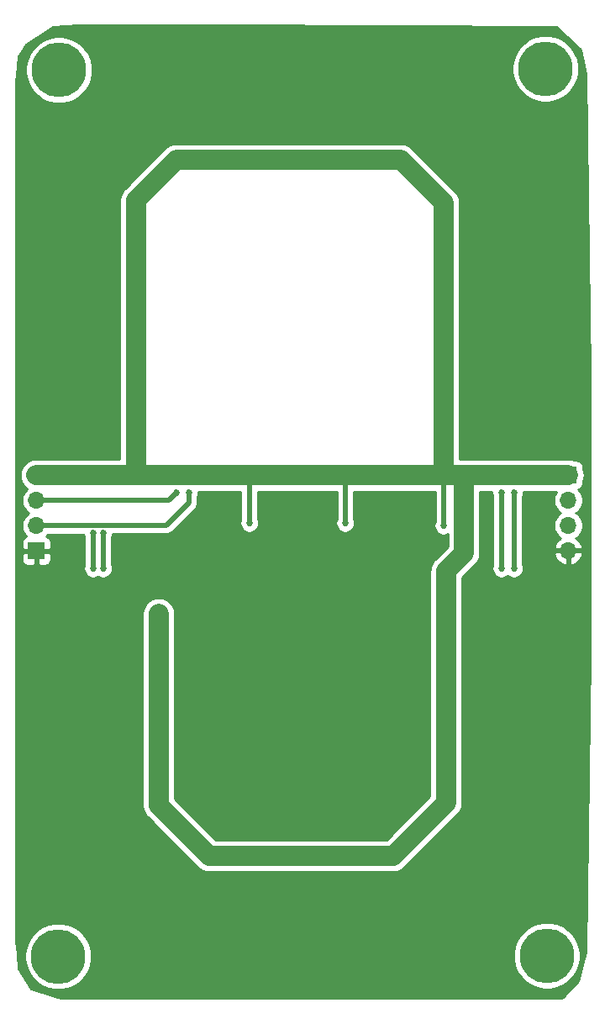
<source format=gbl>
G04 #@! TF.GenerationSoftware,KiCad,Pcbnew,5.1.5-1.fc31*
G04 #@! TF.CreationDate,2020-04-30T18:23:35-07:00*
G04 #@! TF.ProjectId,apa102_7seg_digit,61706131-3032-45f3-9773-65675f646967,rev?*
G04 #@! TF.SameCoordinates,Original*
G04 #@! TF.FileFunction,Copper,L2,Bot*
G04 #@! TF.FilePolarity,Positive*
%FSLAX46Y46*%
G04 Gerber Fmt 4.6, Leading zero omitted, Abs format (unit mm)*
G04 Created by KiCad (PCBNEW 5.1.5-1.fc31) date 2020-04-30 18:23:35*
%MOMM*%
%LPD*%
G04 APERTURE LIST*
%ADD10C,5.500000*%
%ADD11O,1.700000X1.700000*%
%ADD12R,1.700000X1.700000*%
%ADD13C,2.500000*%
%ADD14C,0.685800*%
%ADD15C,2.000000*%
%ADD16C,1.000000*%
%ADD17C,0.500000*%
%ADD18C,0.254000*%
G04 APERTURE END LIST*
D10*
X169908037Y-141127852D03*
X120699951Y-141182669D03*
X120759647Y-51930503D03*
X169780779Y-51791620D03*
D11*
X118482760Y-92731490D03*
X118482760Y-95271490D03*
X118482760Y-97811490D03*
D12*
X118482760Y-100351490D03*
X172092220Y-92708431D03*
D11*
X172092220Y-95248431D03*
X172092220Y-97788431D03*
X172092220Y-100328431D03*
D13*
X168656000Y-89662000D03*
D14*
X135128000Y-58928000D03*
X144272000Y-58928000D03*
X153416000Y-58928000D03*
X162306000Y-65532000D03*
X162306000Y-75184000D03*
X162306000Y-84582000D03*
D13*
X163322000Y-89662000D03*
D14*
X139954000Y-97536000D03*
X149606000Y-97536000D03*
X159512000Y-97790000D03*
X130810000Y-106680000D03*
X130810000Y-116332000D03*
X130810000Y-125984000D03*
X135890000Y-131064000D03*
X144018000Y-131064000D03*
X154432000Y-131064000D03*
X159766000Y-125730000D03*
X159766000Y-116586000D03*
X159766000Y-107442000D03*
X159512000Y-86614000D03*
X159512000Y-76962000D03*
X159512000Y-67818000D03*
X155194000Y-60960000D03*
X146050000Y-60960000D03*
X136906000Y-60960000D03*
X128524000Y-84836000D03*
X128524000Y-75692000D03*
X128524000Y-65024000D03*
X124206000Y-98552000D03*
X124206000Y-102108000D03*
X125222000Y-102108000D03*
X125222000Y-98552000D03*
X133858000Y-94488000D03*
X132588000Y-94488000D03*
X165354000Y-102108000D03*
X165354000Y-94488000D03*
X166624000Y-102108000D03*
X166624000Y-94488000D03*
D15*
X168656000Y-89662000D02*
X163322000Y-89662000D01*
X163322000Y-89662000D02*
X162306000Y-88646000D01*
X162306000Y-64262000D02*
X157480000Y-59436000D01*
X157480000Y-59436000D02*
X157734000Y-59690000D01*
D16*
X157480000Y-59436000D02*
X156972000Y-58928000D01*
X138938000Y-58928000D02*
X135128000Y-58928000D01*
X144272000Y-58928000D02*
X138938000Y-58928000D01*
X156972000Y-58928000D02*
X153416000Y-58928000D01*
X153416000Y-58928000D02*
X144272000Y-58928000D01*
D15*
X162306000Y-65532000D02*
X162306000Y-64262000D01*
X162306000Y-75184000D02*
X162306000Y-65532000D01*
X162306000Y-88646000D02*
X162306000Y-84582000D01*
X162306000Y-84582000D02*
X162306000Y-75184000D01*
X172069161Y-92731490D02*
X172092220Y-92708431D01*
D17*
X139932510Y-97514510D02*
X139954000Y-97536000D01*
X139932510Y-92731490D02*
X139932510Y-97514510D01*
X149627490Y-97514510D02*
X149606000Y-97536000D01*
X149627490Y-92731490D02*
X149627490Y-97514510D01*
D15*
X139932510Y-92731490D02*
X149627490Y-92731490D01*
D17*
X159533490Y-97768510D02*
X159512000Y-97790000D01*
X159533490Y-92731490D02*
X159533490Y-97768510D01*
D15*
X149627490Y-92731490D02*
X159533490Y-92731490D01*
X130788510Y-92731490D02*
X139932510Y-92731490D01*
X155194000Y-60960000D02*
X159533490Y-65299490D01*
X161565490Y-92731490D02*
X161565490Y-100562510D01*
X161565490Y-92731490D02*
X172069161Y-92731490D01*
X159533490Y-92731490D02*
X161565490Y-92731490D01*
X161565490Y-100562510D02*
X159766000Y-102362000D01*
X159766000Y-125730000D02*
X154432000Y-131064000D01*
X135890000Y-131064000D02*
X130810000Y-125984000D01*
X130810000Y-125984000D02*
X130810000Y-116332000D01*
X130810000Y-116332000D02*
X130810000Y-106680000D01*
X154432000Y-131064000D02*
X144018000Y-131064000D01*
X144018000Y-131064000D02*
X135890000Y-131064000D01*
X159766000Y-116586000D02*
X159766000Y-125730000D01*
X159766000Y-102362000D02*
X159766000Y-107442000D01*
X159766000Y-107442000D02*
X159766000Y-116586000D01*
X159512000Y-86614000D02*
X159533490Y-92731490D01*
X159512000Y-76962000D02*
X159512000Y-86614000D01*
X159533490Y-65299490D02*
X159512000Y-67818000D01*
X159512000Y-67818000D02*
X159512000Y-76962000D01*
X146050000Y-60960000D02*
X155194000Y-60960000D01*
X136906000Y-60960000D02*
X146050000Y-60960000D01*
X136906000Y-60960000D02*
X132588000Y-60960000D01*
X132588000Y-60960000D02*
X128524000Y-65024000D01*
X118482760Y-92731490D02*
X128524000Y-92710000D01*
X128524000Y-92710000D02*
X130788510Y-92731490D01*
X128524000Y-84836000D02*
X128524000Y-92710000D01*
X128524000Y-65024000D02*
X128524000Y-75692000D01*
X128524000Y-75692000D02*
X128524000Y-84836000D01*
D17*
X124206000Y-98552000D02*
X124206000Y-102108000D01*
X125222000Y-102108000D02*
X125222000Y-98552000D01*
X133858000Y-94488000D02*
X133858000Y-95504000D01*
X123773016Y-97811490D02*
X118482760Y-97811490D01*
X123825407Y-97759099D02*
X123773016Y-97811490D01*
X133858000Y-95504000D02*
X131602901Y-97759099D01*
X131602901Y-97759099D02*
X123825407Y-97759099D01*
X118482760Y-95271490D02*
X131804510Y-95271490D01*
X131804510Y-95271490D02*
X132588000Y-94488000D01*
X165354000Y-102108000D02*
X165354000Y-94488000D01*
X166624000Y-102108000D02*
X166624000Y-94488000D01*
D18*
G36*
X170892974Y-47624738D02*
G01*
X173365728Y-49850216D01*
X173863164Y-52337399D01*
X174257220Y-82482630D01*
X174257219Y-110951593D01*
X173863207Y-140699539D01*
X173113324Y-143699070D01*
X171552523Y-145259871D01*
X171367724Y-145346044D01*
X171110376Y-145415000D01*
X120924610Y-145415000D01*
X117939490Y-144419960D01*
X116709737Y-142452356D01*
X116564003Y-140849276D01*
X117314951Y-140849276D01*
X117314951Y-141516062D01*
X117445034Y-142170037D01*
X117700203Y-142786068D01*
X118070649Y-143340481D01*
X118542139Y-143811971D01*
X119096552Y-144182417D01*
X119712583Y-144437586D01*
X120366558Y-144567669D01*
X121033344Y-144567669D01*
X121687319Y-144437586D01*
X122303350Y-144182417D01*
X122857763Y-143811971D01*
X123329253Y-143340481D01*
X123699699Y-142786068D01*
X123954868Y-142170037D01*
X124084951Y-141516062D01*
X124084951Y-140849276D01*
X124074048Y-140794459D01*
X166523037Y-140794459D01*
X166523037Y-141461245D01*
X166653120Y-142115220D01*
X166908289Y-142731251D01*
X167278735Y-143285664D01*
X167750225Y-143757154D01*
X168304638Y-144127600D01*
X168920669Y-144382769D01*
X169574644Y-144512852D01*
X170241430Y-144512852D01*
X170895405Y-144382769D01*
X171511436Y-144127600D01*
X172065849Y-143757154D01*
X172537339Y-143285664D01*
X172907785Y-142731251D01*
X173162954Y-142115220D01*
X173293037Y-141461245D01*
X173293037Y-140794459D01*
X173162954Y-140140484D01*
X172907785Y-139524453D01*
X172537339Y-138970040D01*
X172065849Y-138498550D01*
X171511436Y-138128104D01*
X170895405Y-137872935D01*
X170241430Y-137742852D01*
X169574644Y-137742852D01*
X168920669Y-137872935D01*
X168304638Y-138128104D01*
X167750225Y-138498550D01*
X167278735Y-138970040D01*
X166908289Y-139524453D01*
X166653120Y-140140484D01*
X166523037Y-140794459D01*
X124074048Y-140794459D01*
X123954868Y-140195301D01*
X123699699Y-139579270D01*
X123329253Y-139024857D01*
X122857763Y-138553367D01*
X122303350Y-138182921D01*
X121687319Y-137927752D01*
X121033344Y-137797669D01*
X120366558Y-137797669D01*
X119712583Y-137927752D01*
X119096552Y-138182921D01*
X118542139Y-138553367D01*
X118070649Y-139024857D01*
X117700203Y-139579270D01*
X117445034Y-140195301D01*
X117314951Y-140849276D01*
X116564003Y-140849276D01*
X116458961Y-139693815D01*
X116407220Y-132036147D01*
X116407220Y-101201490D01*
X116994688Y-101201490D01*
X117006948Y-101325972D01*
X117043258Y-101445670D01*
X117102223Y-101555984D01*
X117181575Y-101652675D01*
X117278266Y-101732027D01*
X117388580Y-101790992D01*
X117508278Y-101827302D01*
X117632760Y-101839562D01*
X118197010Y-101836490D01*
X118355760Y-101677740D01*
X118355760Y-100478490D01*
X118609760Y-100478490D01*
X118609760Y-101677740D01*
X118768510Y-101836490D01*
X119332760Y-101839562D01*
X119457242Y-101827302D01*
X119576940Y-101790992D01*
X119687254Y-101732027D01*
X119783945Y-101652675D01*
X119863297Y-101555984D01*
X119922262Y-101445670D01*
X119958572Y-101325972D01*
X119970832Y-101201490D01*
X119967760Y-100637240D01*
X119809010Y-100478490D01*
X118609760Y-100478490D01*
X118355760Y-100478490D01*
X117156510Y-100478490D01*
X116997760Y-100637240D01*
X116994688Y-101201490D01*
X116407220Y-101201490D01*
X116407220Y-92735006D01*
X116839853Y-92735006D01*
X116872107Y-93055453D01*
X116966258Y-93363452D01*
X117118686Y-93647163D01*
X117323535Y-93895687D01*
X117568861Y-94096143D01*
X117536128Y-94118015D01*
X117329285Y-94324858D01*
X117166770Y-94568079D01*
X117054828Y-94838332D01*
X116997760Y-95125230D01*
X116997760Y-95417750D01*
X117054828Y-95704648D01*
X117166770Y-95974901D01*
X117329285Y-96218122D01*
X117536128Y-96424965D01*
X117710520Y-96541490D01*
X117536128Y-96658015D01*
X117329285Y-96864858D01*
X117166770Y-97108079D01*
X117054828Y-97378332D01*
X116997760Y-97665230D01*
X116997760Y-97957750D01*
X117054828Y-98244648D01*
X117166770Y-98514901D01*
X117329285Y-98758122D01*
X117461140Y-98889977D01*
X117388580Y-98911988D01*
X117278266Y-98970953D01*
X117181575Y-99050305D01*
X117102223Y-99146996D01*
X117043258Y-99257310D01*
X117006948Y-99377008D01*
X116994688Y-99501490D01*
X116997760Y-100065740D01*
X117156510Y-100224490D01*
X118355760Y-100224490D01*
X118355760Y-100204490D01*
X118609760Y-100204490D01*
X118609760Y-100224490D01*
X119809010Y-100224490D01*
X119967760Y-100065740D01*
X119970832Y-99501490D01*
X119958572Y-99377008D01*
X119922262Y-99257310D01*
X119863297Y-99146996D01*
X119783945Y-99050305D01*
X119687254Y-98970953D01*
X119576940Y-98911988D01*
X119504380Y-98889977D01*
X119636235Y-98758122D01*
X119677416Y-98696490D01*
X123237683Y-98696490D01*
X123265680Y-98837243D01*
X123321000Y-98970798D01*
X123321001Y-101689200D01*
X123265680Y-101822757D01*
X123228100Y-102011685D01*
X123228100Y-102204315D01*
X123265680Y-102393243D01*
X123339396Y-102571210D01*
X123446415Y-102731375D01*
X123582625Y-102867585D01*
X123742790Y-102974604D01*
X123920757Y-103048320D01*
X124109685Y-103085900D01*
X124302315Y-103085900D01*
X124491243Y-103048320D01*
X124669210Y-102974604D01*
X124714000Y-102944676D01*
X124758790Y-102974604D01*
X124936757Y-103048320D01*
X125125685Y-103085900D01*
X125318315Y-103085900D01*
X125507243Y-103048320D01*
X125685210Y-102974604D01*
X125845375Y-102867585D01*
X125981585Y-102731375D01*
X126088604Y-102571210D01*
X126162320Y-102393243D01*
X126199900Y-102204315D01*
X126199900Y-102011685D01*
X126162320Y-101822757D01*
X126107000Y-101689202D01*
X126107000Y-98970798D01*
X126162320Y-98837243D01*
X126199900Y-98648315D01*
X126199900Y-98644099D01*
X131559432Y-98644099D01*
X131602901Y-98648380D01*
X131646370Y-98644099D01*
X131646378Y-98644099D01*
X131776391Y-98631294D01*
X131943214Y-98580688D01*
X132096960Y-98498510D01*
X132231718Y-98387916D01*
X132259435Y-98354143D01*
X134453049Y-96160530D01*
X134486817Y-96132817D01*
X134519430Y-96093079D01*
X134597411Y-95998059D01*
X134679589Y-95844314D01*
X134730195Y-95677490D01*
X134743000Y-95547477D01*
X134743000Y-95547469D01*
X134747281Y-95504000D01*
X134743000Y-95460531D01*
X134743000Y-94906798D01*
X134798320Y-94773243D01*
X134835900Y-94584315D01*
X134835900Y-94391685D01*
X134830888Y-94366490D01*
X139047510Y-94366490D01*
X139047511Y-97169082D01*
X139013680Y-97250757D01*
X138976100Y-97439685D01*
X138976100Y-97632315D01*
X139013680Y-97821243D01*
X139087396Y-97999210D01*
X139194415Y-98159375D01*
X139330625Y-98295585D01*
X139490790Y-98402604D01*
X139668757Y-98476320D01*
X139857685Y-98513900D01*
X140050315Y-98513900D01*
X140239243Y-98476320D01*
X140417210Y-98402604D01*
X140577375Y-98295585D01*
X140713585Y-98159375D01*
X140820604Y-97999210D01*
X140894320Y-97821243D01*
X140931900Y-97632315D01*
X140931900Y-97439685D01*
X140894320Y-97250757D01*
X140820604Y-97072790D01*
X140817510Y-97068160D01*
X140817510Y-94366490D01*
X148742490Y-94366490D01*
X148742491Y-97068158D01*
X148739396Y-97072790D01*
X148665680Y-97250757D01*
X148628100Y-97439685D01*
X148628100Y-97632315D01*
X148665680Y-97821243D01*
X148739396Y-97999210D01*
X148846415Y-98159375D01*
X148982625Y-98295585D01*
X149142790Y-98402604D01*
X149320757Y-98476320D01*
X149509685Y-98513900D01*
X149702315Y-98513900D01*
X149891243Y-98476320D01*
X150069210Y-98402604D01*
X150229375Y-98295585D01*
X150365585Y-98159375D01*
X150472604Y-97999210D01*
X150546320Y-97821243D01*
X150583900Y-97632315D01*
X150583900Y-97439685D01*
X150546320Y-97250757D01*
X150512490Y-97169084D01*
X150512490Y-94366490D01*
X158648490Y-94366490D01*
X158648491Y-97322158D01*
X158645396Y-97326790D01*
X158571680Y-97504757D01*
X158534100Y-97693685D01*
X158534100Y-97886315D01*
X158571680Y-98075243D01*
X158645396Y-98253210D01*
X158752415Y-98413375D01*
X158888625Y-98549585D01*
X159048790Y-98656604D01*
X159226757Y-98730320D01*
X159415685Y-98767900D01*
X159608315Y-98767900D01*
X159797243Y-98730320D01*
X159930491Y-98675127D01*
X159930491Y-99885270D01*
X158666686Y-101149075D01*
X158604286Y-101200286D01*
X158399969Y-101449249D01*
X158248148Y-101733286D01*
X158154657Y-102041485D01*
X158143824Y-102151476D01*
X158123089Y-102362000D01*
X158131000Y-102442320D01*
X158131001Y-107361669D01*
X158131000Y-107361679D01*
X158131001Y-116505669D01*
X158131000Y-116505679D01*
X158131001Y-125052760D01*
X153754762Y-129429000D01*
X136567239Y-129429000D01*
X132445000Y-125306762D01*
X132445000Y-106599678D01*
X132421343Y-106359484D01*
X132327852Y-106051285D01*
X132176031Y-105767248D01*
X131971714Y-105518286D01*
X131722752Y-105313969D01*
X131438715Y-105162148D01*
X131130516Y-105068657D01*
X130810000Y-105037089D01*
X130489485Y-105068657D01*
X130181286Y-105162148D01*
X129897249Y-105313969D01*
X129648287Y-105518286D01*
X129443970Y-105767248D01*
X129292149Y-106051285D01*
X129198658Y-106359484D01*
X129175001Y-106599678D01*
X129175000Y-116412321D01*
X129175001Y-116412331D01*
X129175000Y-125903680D01*
X129167089Y-125984000D01*
X129175000Y-126064319D01*
X129175000Y-126064321D01*
X129198657Y-126304515D01*
X129292148Y-126612714D01*
X129443969Y-126896751D01*
X129648286Y-127145714D01*
X129710687Y-127196925D01*
X134677080Y-132163319D01*
X134728286Y-132225714D01*
X134977248Y-132430031D01*
X135261285Y-132581852D01*
X135569484Y-132675343D01*
X135809678Y-132699000D01*
X135809680Y-132699000D01*
X135890000Y-132706911D01*
X135970319Y-132699000D01*
X154351681Y-132699000D01*
X154432000Y-132706911D01*
X154512319Y-132699000D01*
X154512322Y-132699000D01*
X154752516Y-132675343D01*
X155060715Y-132581852D01*
X155344752Y-132430031D01*
X155593714Y-132225714D01*
X155644925Y-132163313D01*
X160865319Y-126942920D01*
X160927714Y-126891714D01*
X161132031Y-126642752D01*
X161283852Y-126358715D01*
X161377343Y-126050516D01*
X161401000Y-125810322D01*
X161401000Y-125810320D01*
X161408911Y-125730001D01*
X161401000Y-125649681D01*
X161401000Y-103039238D01*
X162664808Y-101775431D01*
X162727204Y-101724224D01*
X162931521Y-101475262D01*
X163083342Y-101191225D01*
X163176833Y-100883026D01*
X163200490Y-100642832D01*
X163200490Y-100642830D01*
X163208401Y-100562511D01*
X163200490Y-100482191D01*
X163200490Y-94366490D01*
X164381112Y-94366490D01*
X164376100Y-94391685D01*
X164376100Y-94584315D01*
X164413680Y-94773243D01*
X164469001Y-94906800D01*
X164469000Y-101689202D01*
X164413680Y-101822757D01*
X164376100Y-102011685D01*
X164376100Y-102204315D01*
X164413680Y-102393243D01*
X164487396Y-102571210D01*
X164594415Y-102731375D01*
X164730625Y-102867585D01*
X164890790Y-102974604D01*
X165068757Y-103048320D01*
X165257685Y-103085900D01*
X165450315Y-103085900D01*
X165639243Y-103048320D01*
X165817210Y-102974604D01*
X165977375Y-102867585D01*
X165989000Y-102855960D01*
X166000625Y-102867585D01*
X166160790Y-102974604D01*
X166338757Y-103048320D01*
X166527685Y-103085900D01*
X166720315Y-103085900D01*
X166909243Y-103048320D01*
X167087210Y-102974604D01*
X167247375Y-102867585D01*
X167383585Y-102731375D01*
X167490604Y-102571210D01*
X167564320Y-102393243D01*
X167601900Y-102204315D01*
X167601900Y-102011685D01*
X167564320Y-101822757D01*
X167509000Y-101689202D01*
X167509000Y-100685321D01*
X170650744Y-100685321D01*
X170695395Y-100832530D01*
X170820579Y-101095351D01*
X170994632Y-101328700D01*
X171210865Y-101523609D01*
X171460968Y-101672588D01*
X171735329Y-101769912D01*
X171965220Y-101649245D01*
X171965220Y-100455431D01*
X172219220Y-100455431D01*
X172219220Y-101649245D01*
X172449111Y-101769912D01*
X172723472Y-101672588D01*
X172973575Y-101523609D01*
X173189808Y-101328700D01*
X173363861Y-101095351D01*
X173489045Y-100832530D01*
X173533696Y-100685321D01*
X173412375Y-100455431D01*
X172219220Y-100455431D01*
X171965220Y-100455431D01*
X170772065Y-100455431D01*
X170650744Y-100685321D01*
X167509000Y-100685321D01*
X167509000Y-94906798D01*
X167564320Y-94773243D01*
X167601900Y-94584315D01*
X167601900Y-94391685D01*
X167596888Y-94366490D01*
X170895520Y-94366490D01*
X170776230Y-94545020D01*
X170664288Y-94815273D01*
X170607220Y-95102171D01*
X170607220Y-95394691D01*
X170664288Y-95681589D01*
X170776230Y-95951842D01*
X170938745Y-96195063D01*
X171145588Y-96401906D01*
X171319980Y-96518431D01*
X171145588Y-96634956D01*
X170938745Y-96841799D01*
X170776230Y-97085020D01*
X170664288Y-97355273D01*
X170607220Y-97642171D01*
X170607220Y-97934691D01*
X170664288Y-98221589D01*
X170776230Y-98491842D01*
X170938745Y-98735063D01*
X171145588Y-98941906D01*
X171327754Y-99063626D01*
X171210865Y-99133253D01*
X170994632Y-99328162D01*
X170820579Y-99561511D01*
X170695395Y-99824332D01*
X170650744Y-99971541D01*
X170772065Y-100201431D01*
X171965220Y-100201431D01*
X171965220Y-100181431D01*
X172219220Y-100181431D01*
X172219220Y-100201431D01*
X173412375Y-100201431D01*
X173533696Y-99971541D01*
X173489045Y-99824332D01*
X173363861Y-99561511D01*
X173189808Y-99328162D01*
X172973575Y-99133253D01*
X172856686Y-99063626D01*
X173038852Y-98941906D01*
X173245695Y-98735063D01*
X173408210Y-98491842D01*
X173520152Y-98221589D01*
X173577220Y-97934691D01*
X173577220Y-97642171D01*
X173520152Y-97355273D01*
X173408210Y-97085020D01*
X173245695Y-96841799D01*
X173038852Y-96634956D01*
X172864460Y-96518431D01*
X173038852Y-96401906D01*
X173245695Y-96195063D01*
X173408210Y-95951842D01*
X173520152Y-95681589D01*
X173577220Y-95394691D01*
X173577220Y-95102171D01*
X173520152Y-94815273D01*
X173408210Y-94545020D01*
X173245695Y-94301799D01*
X173113840Y-94169944D01*
X173186400Y-94147933D01*
X173296714Y-94088968D01*
X173393405Y-94009616D01*
X173472757Y-93912925D01*
X173531722Y-93802611D01*
X173568032Y-93682913D01*
X173580292Y-93558431D01*
X173580292Y-93392859D01*
X173610071Y-93337146D01*
X173703562Y-93028947D01*
X173735131Y-92708432D01*
X173703562Y-92387915D01*
X173610071Y-92079717D01*
X173580292Y-92024004D01*
X173580292Y-91858431D01*
X173568032Y-91733949D01*
X173531722Y-91614251D01*
X173472757Y-91503937D01*
X173393405Y-91407246D01*
X173296714Y-91327894D01*
X173186400Y-91268929D01*
X173066702Y-91232619D01*
X172942220Y-91220359D01*
X172776647Y-91220359D01*
X172720934Y-91190580D01*
X172412736Y-91097089D01*
X172092219Y-91065520D01*
X171777786Y-91096490D01*
X161645812Y-91096490D01*
X161565490Y-91088579D01*
X161485168Y-91096490D01*
X161162756Y-91096490D01*
X161147000Y-86611340D01*
X161147000Y-67824956D01*
X161167804Y-65386778D01*
X161176401Y-65299490D01*
X161161293Y-65146097D01*
X161147509Y-64992735D01*
X161145523Y-64985982D01*
X161144833Y-64978973D01*
X161100098Y-64831502D01*
X161056651Y-64683749D01*
X161053386Y-64677513D01*
X161051342Y-64670775D01*
X160978714Y-64534897D01*
X160907259Y-64398427D01*
X160902839Y-64392947D01*
X160899520Y-64386737D01*
X160801769Y-64267626D01*
X160705074Y-64147731D01*
X160637760Y-64091520D01*
X156406925Y-59860687D01*
X156355714Y-59798286D01*
X156106752Y-59593969D01*
X155822715Y-59442148D01*
X155514516Y-59348657D01*
X155274322Y-59325000D01*
X155274319Y-59325000D01*
X155194000Y-59317089D01*
X155113681Y-59325000D01*
X132668319Y-59325000D01*
X132588000Y-59317089D01*
X132507680Y-59325000D01*
X132507678Y-59325000D01*
X132267484Y-59348657D01*
X131959285Y-59442148D01*
X131675248Y-59593969D01*
X131426286Y-59798286D01*
X131375080Y-59860681D01*
X127424687Y-63811075D01*
X127362286Y-63862286D01*
X127157969Y-64111249D01*
X127006148Y-64395286D01*
X126912657Y-64703485D01*
X126890575Y-64927685D01*
X126881089Y-65024000D01*
X126889000Y-65104320D01*
X126889001Y-75611669D01*
X126889000Y-75611679D01*
X126889001Y-84755669D01*
X126889000Y-84755679D01*
X126889001Y-91078496D01*
X118398940Y-91096666D01*
X118158797Y-91120837D01*
X117850798Y-91214988D01*
X117567087Y-91367416D01*
X117318563Y-91572265D01*
X117114779Y-91821664D01*
X116963566Y-92106025D01*
X116870735Y-92414424D01*
X116839853Y-92735006D01*
X116407220Y-92735006D01*
X116407220Y-60801587D01*
X116458957Y-53092764D01*
X116608522Y-51597110D01*
X117374647Y-51597110D01*
X117374647Y-52263896D01*
X117504730Y-52917871D01*
X117759899Y-53533902D01*
X118130345Y-54088315D01*
X118601835Y-54559805D01*
X119156248Y-54930251D01*
X119772279Y-55185420D01*
X120426254Y-55315503D01*
X121093040Y-55315503D01*
X121747015Y-55185420D01*
X122363046Y-54930251D01*
X122917459Y-54559805D01*
X123388949Y-54088315D01*
X123759395Y-53533902D01*
X124014564Y-52917871D01*
X124144647Y-52263896D01*
X124144647Y-51597110D01*
X124117022Y-51458227D01*
X166395779Y-51458227D01*
X166395779Y-52125013D01*
X166525862Y-52778988D01*
X166781031Y-53395019D01*
X167151477Y-53949432D01*
X167622967Y-54420922D01*
X168177380Y-54791368D01*
X168793411Y-55046537D01*
X169447386Y-55176620D01*
X170114172Y-55176620D01*
X170768147Y-55046537D01*
X171384178Y-54791368D01*
X171938591Y-54420922D01*
X172410081Y-53949432D01*
X172780527Y-53395019D01*
X173035696Y-52778988D01*
X173165779Y-52125013D01*
X173165779Y-51458227D01*
X173035696Y-50804252D01*
X172780527Y-50188221D01*
X172410081Y-49633808D01*
X171938591Y-49162318D01*
X171384178Y-48791872D01*
X170768147Y-48536703D01*
X170114172Y-48406620D01*
X169447386Y-48406620D01*
X168793411Y-48536703D01*
X168177380Y-48791872D01*
X167622967Y-49162318D01*
X167151477Y-49633808D01*
X166781031Y-50188221D01*
X166525862Y-50804252D01*
X166395779Y-51458227D01*
X124117022Y-51458227D01*
X124014564Y-50943135D01*
X123759395Y-50327104D01*
X123388949Y-49772691D01*
X122917459Y-49301201D01*
X122363046Y-48930755D01*
X121747015Y-48675586D01*
X121093040Y-48545503D01*
X120426254Y-48545503D01*
X119772279Y-48675586D01*
X119156248Y-48930755D01*
X118601835Y-49301201D01*
X118130345Y-49772691D01*
X117759899Y-50327104D01*
X117504730Y-50943135D01*
X117374647Y-51597110D01*
X116608522Y-51597110D01*
X116709539Y-50586946D01*
X117441477Y-49367049D01*
X120183086Y-47622389D01*
X122688493Y-47443431D01*
X137169760Y-47443430D01*
X170892974Y-47624738D01*
G37*
X170892974Y-47624738D02*
X173365728Y-49850216D01*
X173863164Y-52337399D01*
X174257220Y-82482630D01*
X174257219Y-110951593D01*
X173863207Y-140699539D01*
X173113324Y-143699070D01*
X171552523Y-145259871D01*
X171367724Y-145346044D01*
X171110376Y-145415000D01*
X120924610Y-145415000D01*
X117939490Y-144419960D01*
X116709737Y-142452356D01*
X116564003Y-140849276D01*
X117314951Y-140849276D01*
X117314951Y-141516062D01*
X117445034Y-142170037D01*
X117700203Y-142786068D01*
X118070649Y-143340481D01*
X118542139Y-143811971D01*
X119096552Y-144182417D01*
X119712583Y-144437586D01*
X120366558Y-144567669D01*
X121033344Y-144567669D01*
X121687319Y-144437586D01*
X122303350Y-144182417D01*
X122857763Y-143811971D01*
X123329253Y-143340481D01*
X123699699Y-142786068D01*
X123954868Y-142170037D01*
X124084951Y-141516062D01*
X124084951Y-140849276D01*
X124074048Y-140794459D01*
X166523037Y-140794459D01*
X166523037Y-141461245D01*
X166653120Y-142115220D01*
X166908289Y-142731251D01*
X167278735Y-143285664D01*
X167750225Y-143757154D01*
X168304638Y-144127600D01*
X168920669Y-144382769D01*
X169574644Y-144512852D01*
X170241430Y-144512852D01*
X170895405Y-144382769D01*
X171511436Y-144127600D01*
X172065849Y-143757154D01*
X172537339Y-143285664D01*
X172907785Y-142731251D01*
X173162954Y-142115220D01*
X173293037Y-141461245D01*
X173293037Y-140794459D01*
X173162954Y-140140484D01*
X172907785Y-139524453D01*
X172537339Y-138970040D01*
X172065849Y-138498550D01*
X171511436Y-138128104D01*
X170895405Y-137872935D01*
X170241430Y-137742852D01*
X169574644Y-137742852D01*
X168920669Y-137872935D01*
X168304638Y-138128104D01*
X167750225Y-138498550D01*
X167278735Y-138970040D01*
X166908289Y-139524453D01*
X166653120Y-140140484D01*
X166523037Y-140794459D01*
X124074048Y-140794459D01*
X123954868Y-140195301D01*
X123699699Y-139579270D01*
X123329253Y-139024857D01*
X122857763Y-138553367D01*
X122303350Y-138182921D01*
X121687319Y-137927752D01*
X121033344Y-137797669D01*
X120366558Y-137797669D01*
X119712583Y-137927752D01*
X119096552Y-138182921D01*
X118542139Y-138553367D01*
X118070649Y-139024857D01*
X117700203Y-139579270D01*
X117445034Y-140195301D01*
X117314951Y-140849276D01*
X116564003Y-140849276D01*
X116458961Y-139693815D01*
X116407220Y-132036147D01*
X116407220Y-101201490D01*
X116994688Y-101201490D01*
X117006948Y-101325972D01*
X117043258Y-101445670D01*
X117102223Y-101555984D01*
X117181575Y-101652675D01*
X117278266Y-101732027D01*
X117388580Y-101790992D01*
X117508278Y-101827302D01*
X117632760Y-101839562D01*
X118197010Y-101836490D01*
X118355760Y-101677740D01*
X118355760Y-100478490D01*
X118609760Y-100478490D01*
X118609760Y-101677740D01*
X118768510Y-101836490D01*
X119332760Y-101839562D01*
X119457242Y-101827302D01*
X119576940Y-101790992D01*
X119687254Y-101732027D01*
X119783945Y-101652675D01*
X119863297Y-101555984D01*
X119922262Y-101445670D01*
X119958572Y-101325972D01*
X119970832Y-101201490D01*
X119967760Y-100637240D01*
X119809010Y-100478490D01*
X118609760Y-100478490D01*
X118355760Y-100478490D01*
X117156510Y-100478490D01*
X116997760Y-100637240D01*
X116994688Y-101201490D01*
X116407220Y-101201490D01*
X116407220Y-92735006D01*
X116839853Y-92735006D01*
X116872107Y-93055453D01*
X116966258Y-93363452D01*
X117118686Y-93647163D01*
X117323535Y-93895687D01*
X117568861Y-94096143D01*
X117536128Y-94118015D01*
X117329285Y-94324858D01*
X117166770Y-94568079D01*
X117054828Y-94838332D01*
X116997760Y-95125230D01*
X116997760Y-95417750D01*
X117054828Y-95704648D01*
X117166770Y-95974901D01*
X117329285Y-96218122D01*
X117536128Y-96424965D01*
X117710520Y-96541490D01*
X117536128Y-96658015D01*
X117329285Y-96864858D01*
X117166770Y-97108079D01*
X117054828Y-97378332D01*
X116997760Y-97665230D01*
X116997760Y-97957750D01*
X117054828Y-98244648D01*
X117166770Y-98514901D01*
X117329285Y-98758122D01*
X117461140Y-98889977D01*
X117388580Y-98911988D01*
X117278266Y-98970953D01*
X117181575Y-99050305D01*
X117102223Y-99146996D01*
X117043258Y-99257310D01*
X117006948Y-99377008D01*
X116994688Y-99501490D01*
X116997760Y-100065740D01*
X117156510Y-100224490D01*
X118355760Y-100224490D01*
X118355760Y-100204490D01*
X118609760Y-100204490D01*
X118609760Y-100224490D01*
X119809010Y-100224490D01*
X119967760Y-100065740D01*
X119970832Y-99501490D01*
X119958572Y-99377008D01*
X119922262Y-99257310D01*
X119863297Y-99146996D01*
X119783945Y-99050305D01*
X119687254Y-98970953D01*
X119576940Y-98911988D01*
X119504380Y-98889977D01*
X119636235Y-98758122D01*
X119677416Y-98696490D01*
X123237683Y-98696490D01*
X123265680Y-98837243D01*
X123321000Y-98970798D01*
X123321001Y-101689200D01*
X123265680Y-101822757D01*
X123228100Y-102011685D01*
X123228100Y-102204315D01*
X123265680Y-102393243D01*
X123339396Y-102571210D01*
X123446415Y-102731375D01*
X123582625Y-102867585D01*
X123742790Y-102974604D01*
X123920757Y-103048320D01*
X124109685Y-103085900D01*
X124302315Y-103085900D01*
X124491243Y-103048320D01*
X124669210Y-102974604D01*
X124714000Y-102944676D01*
X124758790Y-102974604D01*
X124936757Y-103048320D01*
X125125685Y-103085900D01*
X125318315Y-103085900D01*
X125507243Y-103048320D01*
X125685210Y-102974604D01*
X125845375Y-102867585D01*
X125981585Y-102731375D01*
X126088604Y-102571210D01*
X126162320Y-102393243D01*
X126199900Y-102204315D01*
X126199900Y-102011685D01*
X126162320Y-101822757D01*
X126107000Y-101689202D01*
X126107000Y-98970798D01*
X126162320Y-98837243D01*
X126199900Y-98648315D01*
X126199900Y-98644099D01*
X131559432Y-98644099D01*
X131602901Y-98648380D01*
X131646370Y-98644099D01*
X131646378Y-98644099D01*
X131776391Y-98631294D01*
X131943214Y-98580688D01*
X132096960Y-98498510D01*
X132231718Y-98387916D01*
X132259435Y-98354143D01*
X134453049Y-96160530D01*
X134486817Y-96132817D01*
X134519430Y-96093079D01*
X134597411Y-95998059D01*
X134679589Y-95844314D01*
X134730195Y-95677490D01*
X134743000Y-95547477D01*
X134743000Y-95547469D01*
X134747281Y-95504000D01*
X134743000Y-95460531D01*
X134743000Y-94906798D01*
X134798320Y-94773243D01*
X134835900Y-94584315D01*
X134835900Y-94391685D01*
X134830888Y-94366490D01*
X139047510Y-94366490D01*
X139047511Y-97169082D01*
X139013680Y-97250757D01*
X138976100Y-97439685D01*
X138976100Y-97632315D01*
X139013680Y-97821243D01*
X139087396Y-97999210D01*
X139194415Y-98159375D01*
X139330625Y-98295585D01*
X139490790Y-98402604D01*
X139668757Y-98476320D01*
X139857685Y-98513900D01*
X140050315Y-98513900D01*
X140239243Y-98476320D01*
X140417210Y-98402604D01*
X140577375Y-98295585D01*
X140713585Y-98159375D01*
X140820604Y-97999210D01*
X140894320Y-97821243D01*
X140931900Y-97632315D01*
X140931900Y-97439685D01*
X140894320Y-97250757D01*
X140820604Y-97072790D01*
X140817510Y-97068160D01*
X140817510Y-94366490D01*
X148742490Y-94366490D01*
X148742491Y-97068158D01*
X148739396Y-97072790D01*
X148665680Y-97250757D01*
X148628100Y-97439685D01*
X148628100Y-97632315D01*
X148665680Y-97821243D01*
X148739396Y-97999210D01*
X148846415Y-98159375D01*
X148982625Y-98295585D01*
X149142790Y-98402604D01*
X149320757Y-98476320D01*
X149509685Y-98513900D01*
X149702315Y-98513900D01*
X149891243Y-98476320D01*
X150069210Y-98402604D01*
X150229375Y-98295585D01*
X150365585Y-98159375D01*
X150472604Y-97999210D01*
X150546320Y-97821243D01*
X150583900Y-97632315D01*
X150583900Y-97439685D01*
X150546320Y-97250757D01*
X150512490Y-97169084D01*
X150512490Y-94366490D01*
X158648490Y-94366490D01*
X158648491Y-97322158D01*
X158645396Y-97326790D01*
X158571680Y-97504757D01*
X158534100Y-97693685D01*
X158534100Y-97886315D01*
X158571680Y-98075243D01*
X158645396Y-98253210D01*
X158752415Y-98413375D01*
X158888625Y-98549585D01*
X159048790Y-98656604D01*
X159226757Y-98730320D01*
X159415685Y-98767900D01*
X159608315Y-98767900D01*
X159797243Y-98730320D01*
X159930491Y-98675127D01*
X159930491Y-99885270D01*
X158666686Y-101149075D01*
X158604286Y-101200286D01*
X158399969Y-101449249D01*
X158248148Y-101733286D01*
X158154657Y-102041485D01*
X158143824Y-102151476D01*
X158123089Y-102362000D01*
X158131000Y-102442320D01*
X158131001Y-107361669D01*
X158131000Y-107361679D01*
X158131001Y-116505669D01*
X158131000Y-116505679D01*
X158131001Y-125052760D01*
X153754762Y-129429000D01*
X136567239Y-129429000D01*
X132445000Y-125306762D01*
X132445000Y-106599678D01*
X132421343Y-106359484D01*
X132327852Y-106051285D01*
X132176031Y-105767248D01*
X131971714Y-105518286D01*
X131722752Y-105313969D01*
X131438715Y-105162148D01*
X131130516Y-105068657D01*
X130810000Y-105037089D01*
X130489485Y-105068657D01*
X130181286Y-105162148D01*
X129897249Y-105313969D01*
X129648287Y-105518286D01*
X129443970Y-105767248D01*
X129292149Y-106051285D01*
X129198658Y-106359484D01*
X129175001Y-106599678D01*
X129175000Y-116412321D01*
X129175001Y-116412331D01*
X129175000Y-125903680D01*
X129167089Y-125984000D01*
X129175000Y-126064319D01*
X129175000Y-126064321D01*
X129198657Y-126304515D01*
X129292148Y-126612714D01*
X129443969Y-126896751D01*
X129648286Y-127145714D01*
X129710687Y-127196925D01*
X134677080Y-132163319D01*
X134728286Y-132225714D01*
X134977248Y-132430031D01*
X135261285Y-132581852D01*
X135569484Y-132675343D01*
X135809678Y-132699000D01*
X135809680Y-132699000D01*
X135890000Y-132706911D01*
X135970319Y-132699000D01*
X154351681Y-132699000D01*
X154432000Y-132706911D01*
X154512319Y-132699000D01*
X154512322Y-132699000D01*
X154752516Y-132675343D01*
X155060715Y-132581852D01*
X155344752Y-132430031D01*
X155593714Y-132225714D01*
X155644925Y-132163313D01*
X160865319Y-126942920D01*
X160927714Y-126891714D01*
X161132031Y-126642752D01*
X161283852Y-126358715D01*
X161377343Y-126050516D01*
X161401000Y-125810322D01*
X161401000Y-125810320D01*
X161408911Y-125730001D01*
X161401000Y-125649681D01*
X161401000Y-103039238D01*
X162664808Y-101775431D01*
X162727204Y-101724224D01*
X162931521Y-101475262D01*
X163083342Y-101191225D01*
X163176833Y-100883026D01*
X163200490Y-100642832D01*
X163200490Y-100642830D01*
X163208401Y-100562511D01*
X163200490Y-100482191D01*
X163200490Y-94366490D01*
X164381112Y-94366490D01*
X164376100Y-94391685D01*
X164376100Y-94584315D01*
X164413680Y-94773243D01*
X164469001Y-94906800D01*
X164469000Y-101689202D01*
X164413680Y-101822757D01*
X164376100Y-102011685D01*
X164376100Y-102204315D01*
X164413680Y-102393243D01*
X164487396Y-102571210D01*
X164594415Y-102731375D01*
X164730625Y-102867585D01*
X164890790Y-102974604D01*
X165068757Y-103048320D01*
X165257685Y-103085900D01*
X165450315Y-103085900D01*
X165639243Y-103048320D01*
X165817210Y-102974604D01*
X165977375Y-102867585D01*
X165989000Y-102855960D01*
X166000625Y-102867585D01*
X166160790Y-102974604D01*
X166338757Y-103048320D01*
X166527685Y-103085900D01*
X166720315Y-103085900D01*
X166909243Y-103048320D01*
X167087210Y-102974604D01*
X167247375Y-102867585D01*
X167383585Y-102731375D01*
X167490604Y-102571210D01*
X167564320Y-102393243D01*
X167601900Y-102204315D01*
X167601900Y-102011685D01*
X167564320Y-101822757D01*
X167509000Y-101689202D01*
X167509000Y-100685321D01*
X170650744Y-100685321D01*
X170695395Y-100832530D01*
X170820579Y-101095351D01*
X170994632Y-101328700D01*
X171210865Y-101523609D01*
X171460968Y-101672588D01*
X171735329Y-101769912D01*
X171965220Y-101649245D01*
X171965220Y-100455431D01*
X172219220Y-100455431D01*
X172219220Y-101649245D01*
X172449111Y-101769912D01*
X172723472Y-101672588D01*
X172973575Y-101523609D01*
X173189808Y-101328700D01*
X173363861Y-101095351D01*
X173489045Y-100832530D01*
X173533696Y-100685321D01*
X173412375Y-100455431D01*
X172219220Y-100455431D01*
X171965220Y-100455431D01*
X170772065Y-100455431D01*
X170650744Y-100685321D01*
X167509000Y-100685321D01*
X167509000Y-94906798D01*
X167564320Y-94773243D01*
X167601900Y-94584315D01*
X167601900Y-94391685D01*
X167596888Y-94366490D01*
X170895520Y-94366490D01*
X170776230Y-94545020D01*
X170664288Y-94815273D01*
X170607220Y-95102171D01*
X170607220Y-95394691D01*
X170664288Y-95681589D01*
X170776230Y-95951842D01*
X170938745Y-96195063D01*
X171145588Y-96401906D01*
X171319980Y-96518431D01*
X171145588Y-96634956D01*
X170938745Y-96841799D01*
X170776230Y-97085020D01*
X170664288Y-97355273D01*
X170607220Y-97642171D01*
X170607220Y-97934691D01*
X170664288Y-98221589D01*
X170776230Y-98491842D01*
X170938745Y-98735063D01*
X171145588Y-98941906D01*
X171327754Y-99063626D01*
X171210865Y-99133253D01*
X170994632Y-99328162D01*
X170820579Y-99561511D01*
X170695395Y-99824332D01*
X170650744Y-99971541D01*
X170772065Y-100201431D01*
X171965220Y-100201431D01*
X171965220Y-100181431D01*
X172219220Y-100181431D01*
X172219220Y-100201431D01*
X173412375Y-100201431D01*
X173533696Y-99971541D01*
X173489045Y-99824332D01*
X173363861Y-99561511D01*
X173189808Y-99328162D01*
X172973575Y-99133253D01*
X172856686Y-99063626D01*
X173038852Y-98941906D01*
X173245695Y-98735063D01*
X173408210Y-98491842D01*
X173520152Y-98221589D01*
X173577220Y-97934691D01*
X173577220Y-97642171D01*
X173520152Y-97355273D01*
X173408210Y-97085020D01*
X173245695Y-96841799D01*
X173038852Y-96634956D01*
X172864460Y-96518431D01*
X173038852Y-96401906D01*
X173245695Y-96195063D01*
X173408210Y-95951842D01*
X173520152Y-95681589D01*
X173577220Y-95394691D01*
X173577220Y-95102171D01*
X173520152Y-94815273D01*
X173408210Y-94545020D01*
X173245695Y-94301799D01*
X173113840Y-94169944D01*
X173186400Y-94147933D01*
X173296714Y-94088968D01*
X173393405Y-94009616D01*
X173472757Y-93912925D01*
X173531722Y-93802611D01*
X173568032Y-93682913D01*
X173580292Y-93558431D01*
X173580292Y-93392859D01*
X173610071Y-93337146D01*
X173703562Y-93028947D01*
X173735131Y-92708432D01*
X173703562Y-92387915D01*
X173610071Y-92079717D01*
X173580292Y-92024004D01*
X173580292Y-91858431D01*
X173568032Y-91733949D01*
X173531722Y-91614251D01*
X173472757Y-91503937D01*
X173393405Y-91407246D01*
X173296714Y-91327894D01*
X173186400Y-91268929D01*
X173066702Y-91232619D01*
X172942220Y-91220359D01*
X172776647Y-91220359D01*
X172720934Y-91190580D01*
X172412736Y-91097089D01*
X172092219Y-91065520D01*
X171777786Y-91096490D01*
X161645812Y-91096490D01*
X161565490Y-91088579D01*
X161485168Y-91096490D01*
X161162756Y-91096490D01*
X161147000Y-86611340D01*
X161147000Y-67824956D01*
X161167804Y-65386778D01*
X161176401Y-65299490D01*
X161161293Y-65146097D01*
X161147509Y-64992735D01*
X161145523Y-64985982D01*
X161144833Y-64978973D01*
X161100098Y-64831502D01*
X161056651Y-64683749D01*
X161053386Y-64677513D01*
X161051342Y-64670775D01*
X160978714Y-64534897D01*
X160907259Y-64398427D01*
X160902839Y-64392947D01*
X160899520Y-64386737D01*
X160801769Y-64267626D01*
X160705074Y-64147731D01*
X160637760Y-64091520D01*
X156406925Y-59860687D01*
X156355714Y-59798286D01*
X156106752Y-59593969D01*
X155822715Y-59442148D01*
X155514516Y-59348657D01*
X155274322Y-59325000D01*
X155274319Y-59325000D01*
X155194000Y-59317089D01*
X155113681Y-59325000D01*
X132668319Y-59325000D01*
X132588000Y-59317089D01*
X132507680Y-59325000D01*
X132507678Y-59325000D01*
X132267484Y-59348657D01*
X131959285Y-59442148D01*
X131675248Y-59593969D01*
X131426286Y-59798286D01*
X131375080Y-59860681D01*
X127424687Y-63811075D01*
X127362286Y-63862286D01*
X127157969Y-64111249D01*
X127006148Y-64395286D01*
X126912657Y-64703485D01*
X126890575Y-64927685D01*
X126881089Y-65024000D01*
X126889000Y-65104320D01*
X126889001Y-75611669D01*
X126889000Y-75611679D01*
X126889001Y-84755669D01*
X126889000Y-84755679D01*
X126889001Y-91078496D01*
X118398940Y-91096666D01*
X118158797Y-91120837D01*
X117850798Y-91214988D01*
X117567087Y-91367416D01*
X117318563Y-91572265D01*
X117114779Y-91821664D01*
X116963566Y-92106025D01*
X116870735Y-92414424D01*
X116839853Y-92735006D01*
X116407220Y-92735006D01*
X116407220Y-60801587D01*
X116458957Y-53092764D01*
X116608522Y-51597110D01*
X117374647Y-51597110D01*
X117374647Y-52263896D01*
X117504730Y-52917871D01*
X117759899Y-53533902D01*
X118130345Y-54088315D01*
X118601835Y-54559805D01*
X119156248Y-54930251D01*
X119772279Y-55185420D01*
X120426254Y-55315503D01*
X121093040Y-55315503D01*
X121747015Y-55185420D01*
X122363046Y-54930251D01*
X122917459Y-54559805D01*
X123388949Y-54088315D01*
X123759395Y-53533902D01*
X124014564Y-52917871D01*
X124144647Y-52263896D01*
X124144647Y-51597110D01*
X124117022Y-51458227D01*
X166395779Y-51458227D01*
X166395779Y-52125013D01*
X166525862Y-52778988D01*
X166781031Y-53395019D01*
X167151477Y-53949432D01*
X167622967Y-54420922D01*
X168177380Y-54791368D01*
X168793411Y-55046537D01*
X169447386Y-55176620D01*
X170114172Y-55176620D01*
X170768147Y-55046537D01*
X171384178Y-54791368D01*
X171938591Y-54420922D01*
X172410081Y-53949432D01*
X172780527Y-53395019D01*
X173035696Y-52778988D01*
X173165779Y-52125013D01*
X173165779Y-51458227D01*
X173035696Y-50804252D01*
X172780527Y-50188221D01*
X172410081Y-49633808D01*
X171938591Y-49162318D01*
X171384178Y-48791872D01*
X170768147Y-48536703D01*
X170114172Y-48406620D01*
X169447386Y-48406620D01*
X168793411Y-48536703D01*
X168177380Y-48791872D01*
X167622967Y-49162318D01*
X167151477Y-49633808D01*
X166781031Y-50188221D01*
X166525862Y-50804252D01*
X166395779Y-51458227D01*
X124117022Y-51458227D01*
X124014564Y-50943135D01*
X123759395Y-50327104D01*
X123388949Y-49772691D01*
X122917459Y-49301201D01*
X122363046Y-48930755D01*
X121747015Y-48675586D01*
X121093040Y-48545503D01*
X120426254Y-48545503D01*
X119772279Y-48675586D01*
X119156248Y-48930755D01*
X118601835Y-49301201D01*
X118130345Y-49772691D01*
X117759899Y-50327104D01*
X117504730Y-50943135D01*
X117374647Y-51597110D01*
X116608522Y-51597110D01*
X116709539Y-50586946D01*
X117441477Y-49367049D01*
X120183086Y-47622389D01*
X122688493Y-47443431D01*
X137169760Y-47443430D01*
X170892974Y-47624738D01*
M02*

</source>
